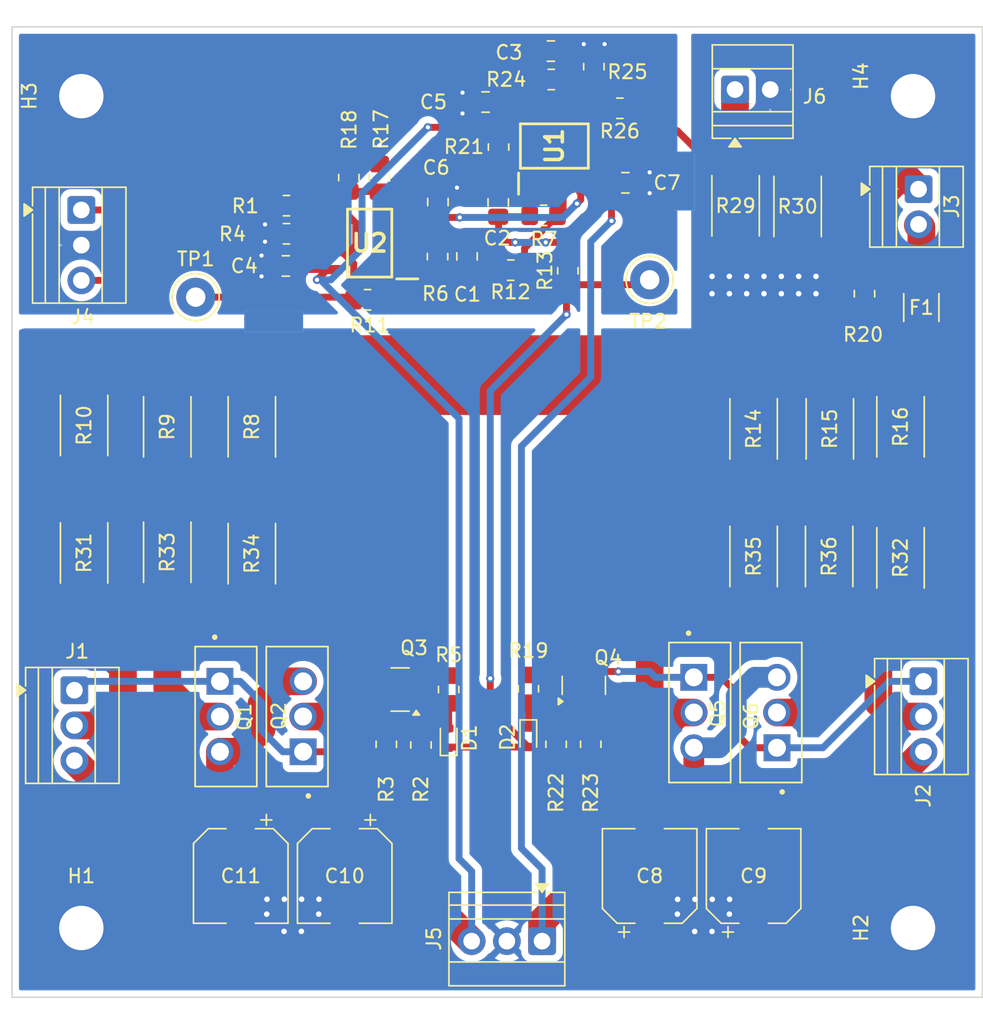
<source format=kicad_pcb>
(kicad_pcb (version 20241229) (generator "pcbnew") (generator_version "9.0")
  (layers (0 "F.Cu" signal) (2 "B.Cu" signal) (13 "F.Paste" user) (15 "B.Paste" user) (5 "F.SilkS" user "F.Silkscreen") (7 "B.SilkS" user "B.Silkscreen") (1 "F.Mask" user) (3 "B.Mask" user) (25 "Edge.Cuts" user))
  (net 0 "")
  (net 1 "Net-(C1-Pad2)")
  (net 2 "Net-(U2A--)")
  (net 3 "Net-(U1A--)")
  (net 4 "Net-(C2-Pad2)")
  (net 5 "Net-(U1B--)")
  (net 6 "Net-(C3-Pad1)")
  (net 7 "-VCC")
  (net 8 "GND")
  (net 9 "+VCC")
  (net 10 "Net-(D1-A)")
  (net 11 "/DRIVING_INPUT")
  (net 12 "Net-(D2-K)")
  (net 13 "/VPOS_B")
  (net 14 "/VPOS_C")
  (net 15 "/VNEG_B")
  (net 16 "/VNEG_C")
  (net 17 "Net-(Q1-C)")
  (net 18 "Net-(Q2-C)")
  (net 19 "+3.3V")
  (net 20 "/V_REF")
  (net 21 "/SIGNAL_INPUT")
  (net 22 "/uC_SIGNAL")
  (net 23 "Net-(U1A-+)")
  (net 24 "/CURRENT_FEEDBACK")
  (net 25 "Net-(U1B-+)")
  (net 26 "/DRIVING_OUTPUT")
  (net 27 "Net-(Q3-B)")
  (net 28 "Net-(Q6-C)")
  (net 29 "/DRIVER_OUTPUT")
  (net 30 "Net-(Q4-B)")
  (net 31 "Net-(Q4-E)")
  (net 32 "Net-(U2B--)")
  (net 33 "Net-(R34-Pad2)")
  (net 34 "Net-(R33-Pad2)")
  (net 35 "Net-(R10-Pad1)")
  (net 36 "Net-(R14-Pad2)")
  (net 37 "Net-(R15-Pad2)")
  (net 38 "Net-(R16-Pad2)")
  (footprint "Resistor_SMD:R_0805_2012Metric_Pad1.20x1.40mm_HandSolder" (layer "F.Cu") (at 152.8 88.175 180)
    (property "Reference" "R4")
    (property "Value" "1kΩ")
  )
  (footprint "Resistor_SMD:R_2512_6332Metric_Pad1.40x3.35mm_HandSolder" (layer "F.Cu") (at 150.3 102.1 90)
    (property "Reference" "R8")
    (property "Value" "200m")
  )
  (footprint "Resistor_SMD:R_0805_2012Metric_Pad1.20x1.40mm_HandSolder" (layer "F.Cu") (at 160 125 90)
    (property "Reference" "R3")
    (property "Value" "1kΩ")
  )
  (footprint "Resistor_SMD:R_0805_2012Metric_Pad1.20x1.40mm_HandSolder" (layer "F.Cu") (at 162.5 125.05 90)
    (property "Reference" "R2")
    (property "Value" "18kΩ")
  )
  (footprint "Resistor_SMD:R_0805_2012Metric_Pad1.20x1.40mm_HandSolder" (layer "F.Cu") (at 163.7 89.825 -90)
    (property "Reference" "R6")
    (property "Value" "10kΩ")
  )
  (footprint "MountingHole:MountingHole_3.2mm_M3_DIN965_Pad_TopBottom" (layer "F.Cu") (at 138 78.25 90)
    (property "Reference" "H3")
    (property "Value" "MountingHole_Pad")
  )
  (footprint "Capacitor_SMD:CP_Elec_6.3x7.7" (layer "F.Cu") (at 149.5 134.5 -90)
    (property "Reference" "C11")
    (property "Value" "25u")
  )
  (footprint "Resistor_SMD:R_2512_6332Metric_Pad1.40x3.35mm_HandSolder" (layer "F.Cu") (at 185.2 86.16 -90)
    (property "Reference" "R29")
    (property "Value" "200m")
  )
  (footprint "Resistor_SMD:R_2512_6332Metric_Pad1.40x3.35mm_HandSolder" (layer "F.Cu") (at 144.2 102.1 90)
    (property "Reference" "R9")
    (property "Value" "200m")
  )
  (footprint "Package_TO_SOT_SMD:SOT-23" (layer "F.Cu") (at 161 121.05 180)
    (property "Reference" "Q3")
    (property "Value" "BC817")
  )
  (footprint "Resistor_SMD:R_0805_2012Metric_Pad1.20x1.40mm_HandSolder" (layer "F.Cu") (at 152.8 86.15)
    (property "Reference" "R1")
    (property "Value" "1kΩ")
  )
  (footprint "Resistor_SMD:R_2512_6332Metric_Pad1.40x3.35mm_HandSolder" (layer "F.Cu") (at 189.675 86.21 -90)
    (property "Reference" "R30")
    (property "Value" "200m")
  )
  (footprint "Capacitor_SMD:CP_Elec_6.3x7.7" (layer "F.Cu") (at 186.5 134.5 90)
    (property "Reference" "C9")
    (property "Value" "25u")
  )
  (footprint "Resistor_SMD:R_2512_6332Metric_Pad1.40x3.35mm_HandSolder" (layer "F.Cu") (at 192 102.25 -90)
    (property "Reference" "R15")
    (property "Value" "200m")
  )
  (footprint "Capacitor_SMD:C_0805_2012Metric_Pad1.18x1.45mm_HandSolder" (layer "F.Cu") (at 177.25 84.5)
    (property "Reference" "C7")
    (property "Value" "100n")
  )
  (footprint "MountingHole:MountingHole_3.2mm_M3_DIN965_Pad_TopBottom" (layer "F.Cu") (at 138 138.25 90)
    (property "Reference" "H1")
    (property "Value" "MountingHole_Pad")
  )
  (footprint "TerminalBlock:TerminalBlock_Xinya_XY308-2.54-2P_1x02_P2.54mm_Horizontal" (layer "F.Cu") (at 185.16 77.775)
    (property "Reference" "J6")
    (property "Value" "Add. R")
  )
  (footprint "Capacitor_SMD:C_0805_2012Metric_Pad1.18x1.45mm_HandSolder" (layer "F.Cu") (at 152.75 90.5 180)
    (property "Reference" "C4")
    (property "Value" "47u")
  )
  (footprint "Capacitor_SMD:C_0805_2012Metric_Pad1.18x1.45mm_HandSolder" (layer "F.Cu") (at 163.725 85.8875 90)
    (property "Reference" "C6")
    (property "Value" "47u")
  )
  (footprint "Resistor_SMD:R_2512_6332Metric_Pad1.40x3.35mm_HandSolder" (layer "F.Cu") (at 186.5 111.45 -90)
    (property "Reference" "R35")
    (property "Value" "200m")
  )
  (footprint "Resistor_SMD:R_0805_2012Metric_Pad1.20x1.40mm_HandSolder" (layer "F.Cu") (at 164.5 121.05 90)
    (property "Reference" "R5")
    (property "Value" "100")
  )
  (footprint "Resistor_SMD:R_0805_2012Metric_Pad1.20x1.40mm_HandSolder" (layer "F.Cu") (at 170.25 121 90)
    (property "Reference" "R19")
    (property "Value" "100")
  )
  (footprint "Capacitor_SMD:C_0805_2012Metric_Pad1.18x1.45mm_HandSolder" (layer "F.Cu") (at 165.825 89.8125 -90)
    (property "Reference" "C1")
    (property "Value" "100pF")
  )
  (footprint "Resistor_SMD:R_0805_2012Metric_Pad1.20x1.40mm_HandSolder" (layer "F.Cu") (at 194.5 92.5 90)
    (property "Reference" "R20")
    (property "Value" "10kΩ")
  )
  (footprint "Resistor_SMD:R_2512_6332Metric_Pad1.40x3.35mm_HandSolder" (layer "F.Cu") (at 138.2 102 90)
    (property "Reference" "R10")
    (property "Value" "R")
  )
  (footprint "Resistor_SMD:R_0805_2012Metric_Pad1.20x1.40mm_HandSolder" (layer "F.Cu") (at 158.65 92.941 180)
    (property "Reference" "R11")
    (property "Value" "10kΩ")
  )
  (footprint "TerminalBlock:TerminalBlock_Xinya_XY308-2.54-2P_1x02_P2.54mm_Horizontal" (layer "F.Cu") (at 198.4 84.96 -90)
    (property "Reference" "J3")
    (property "Value" "Load")
  )
  (footprint "MountingHole:MountingHole_3.2mm_M3_DIN965_Pad_TopBottom" (layer "F.Cu") (at 198 78.25 90)
    (property "Reference" "H4")
    (property "Value" "MountingHole_Pad")
  )
  (footprint "Resistor_SMD:R_0805_2012Metric_Pad1.20x1.40mm_HandSolder" (layer "F.Cu") (at 168.1 81.925 90)
    (property "Reference" "R21")
    (property "Value" "1kΩ")
  )
  (footprint "TestPoint:TestPoint_Loop_D2.60mm_Drill1.4mm_Beaded" (layer "F.Cu") (at 146.25 92.75)
    (property "Reference" "TP1")
    (property "Value" "V_REF")
  )
  (footprint "Package_TO_SOT_SMD:SOT-23" (layer "F.Cu") (at 174.25 120.75 90)
    (property "Reference" "Q4")
    (property "Value" "BC807")
  )
  (footprint "Resistor_SMD:R_2512_6332Metric_Pad1.40x3.35mm_HandSolder" (layer "F.Cu") (at 197.1 111.55 -90)
    (property "Reference" "R32")
    (property "Value" "R")
  )
  (footprint "component_lib:2410 FUSE" (layer "F.Cu") (at 198.6 93.5 90)
    (property "Reference" "F1")
    (property "Value" "Fuse")
  )
  (footprint "MountingHole:MountingHole_3.2mm_M3_DIN965_Pad_TopBottom" (layer "F.Cu") (at 198 138.25 90)
    (property "Reference" "H2")
    (property "Value" "MountingHole_Pad")
  )
  (footprint "component_lib:D44H11G" (layer "F.Cu") (at 182.185 122.71 -90)
    (property "Reference" "Q5")
    (property "Value" "D44H11G")
  )
  (footprint "TerminalBlock:TerminalBlock_Xinya_XY308-2.54-3P_1x03_P2.54mm_Horizontal" (layer "F.Cu") (at 137.5 121.1 -90)
    (property "Reference" "J1")
    (property "Value" "VP BJT Conn")
  )
  (footprint "Resistor_SMD:R_0805_2012Metric_Pad1.20x1.40mm_HandSolder" (layer "F.Cu") (at 176.85 79.125 180)
    (property "Reference" "R26")
    (property "Value" "100")
  )
  (footprint "component_lib:D44H11G" (layer "F.Cu") (at 188.185 122.71 90)
    (property "Reference" "Q6")
    (property "Value" "D44H11G")
  )
  (footprint "Diode_SMD:D_SOD-523" (layer "F.Cu") (at 170.25 124.5 -90)
    (property "Reference" "D2")
    (property "Value" "1N4148WT")
  )
  (footprint "TestPoint:TestPoint_Loop_D2.60mm_Drill1.4mm_Beaded" (layer "F.Cu") (at 179 91.5)
    (property "Reference" "TP2")
    (property "Value" "DRV_IN")
  )
  (footprint "Resistor_SMD:R_2512_6332Metric_Pad1.40x3.35mm_HandSolder" (layer "F.Cu") (at 186.5 102.25 -90)
    (property "Reference" "R14")
    (property "Value" "200m")
  )
  (footprint "Capacitor_SMD:CP_Elec_6.3x7.7" (layer "F.Cu") (at 157 134.5 -90)
    (property "Reference" "C10")
    (property "Value" "25u")
  )
  (footprint "Capacitor_SMD:C_0805_2012Metric_Pad1.18x1.45mm_HandSolder" (layer "F.Cu") (at 168.075 85.9125 -90)
    (property "Reference" "C2")
    (property "Value" "C")
  )
  (footprint "Diode_SMD:D_SOD-523" (layer "F.Cu") (at 164.5 124.55 90)
    (property "Reference" "D1")
    (property "Value" "1N4148WT")
  )
  (footprint "Resistor_SMD:R_2512_6332Metric_Pad1.40x3.35mm_HandSolder" (layer "F.Cu") (at 150.3 111.25 90)
    (property "Reference" "R34")
    (property "Value" "200m")
  )
  (footprint "Resistor_SMD:R_0805_2012Metric_Pad1.20x1.40mm_HandSolder" (layer "F.Cu") (at 173.1 90.85 90)
    (property "Reference" "R13")
    (property "Value" "100Ω")
  )
  (footprint "component_lib:ADA4522" (layer "F.Cu") (at 158.8 88.85 180)
    (property "Reference" "U2")
    (property "Value" "ADA4622-2xCP" (hide yes))
  )
  (footprint "Resistor_SMD:R_0805_2012Metric_Pad1.20x1.40mm_HandSolder" (layer "F.Cu") (at 174.975 76.125 -90)
    (property "Reference" "R25")
    (property "Value" "1,8kΩ")
  )
  (footprint "Capacitor_SMD:CP_Elec_6.3x7.7" (layer "F.Cu") (at 179 134.5 90)
    (property "Reference" "C8")
    (property "Value" "25u")
  )
  (footprint "Resistor_SMD:R_2512_6332Metric_Pad1.40x3.35mm_HandSolder" (layer "F.Cu") (at 191.95 111.45 -90)
    (property "Reference" "R36")
    (property "Value" "200m")
  )
  (footprint "Capacitor_SMD:C_0805_2012Metric_Pad1.18x1.45mm_HandSolder" (layer "F.Cu") (at 171.875 75)
    (property "Reference" "C3")
    (property "Value" "10pF")
  )
  (footprint "Resistor_SMD:R_0805_2012Metric_Pad1.20x1.40mm_HandSolder" (layer "F.Cu") (at 157.3 84.125 90)
    (property "Reference" "R18")
    (property "Value" "1kΩ")
  )
  (footprint "Resistor_SMD:R_2512_6332Metric_Pad1.40x3.35mm_HandSolder" (layer "F.Cu") (at 197.1 102.1 -90)
    (property "Reference" "R16")
    (property "Value" "R")
  )
  (footprint "Capacitor_SMD:C_0805_2012Metric_Pad1.18x1.45mm_HandSolder" (layer "F.Cu") (at 167.1625 78.675 180)
    (property "Reference" "C5")
    (property "Value" "100n")
  )
  (footprint "component_lib:D44H11G" (layer "F.Cu") (at 148 123 -90)
    (property "Reference" "Q1")
    (property "Value" "D45H11")
  )
  (footprint "component_lib:ADA4522" (layer "F.Cu") (at 172.125 81.85 90)
    (property "Reference" "U1")
    (property "Value" "ADA4622-2xCP" (hide yes))
  )
  (footprint "TerminalBlock:TerminalBlock_Xinya_XY308-2.54-3P_1x03_P2.54mm_Horizontal" (layer "F.Cu") (at 138 86.46 -90)
    (property "Reference" "J4")
    (property "Value" "Input")
  )
  (footprint "Resistor_SMD:R_0805_2012Metric_Pad1.20x1.40mm_HandSolder" (layer "F.Cu") (at 174.75 125 -90)
    (property "Reference" "R23")
    (property "Value" "1kΩ")
  )
  (footprint "Resistor_SMD:R_0805_2012Metric_Pad1.20x1.40mm_HandSolder" (layer "F.Cu") (at 159.5 84.15 90)
    (property "Reference" "R17")
    (property "Value" "1kΩ")
  )
  (footprint "Resistor_SMD:R_0805_2012Metric_Pad1.20x1.40mm_HandSolder" (layer "F.Cu") (at 168.975 90.8 180)
    (property "Reference" "R12")
    (property "Value" "100Ω")
  )
  (footprint "Resistor_SMD:R_0805_2012Metric_Pad1.20x1.40mm_HandSolder" (layer "F.Cu") (at 171.9 77.05 180)
    (property "Reference" "R24")
    (property "Value" "10k")
  )
  (footprint "Resistor_SMD:R_0805_2012Metric_Pad1.20x1.40mm_HandSolder" (layer "F.Cu") (at 172.25 125 -90)
    (property "Reference" "R22")
    (property "Value" "18k")
  )
  (footprint "component_lib:D44H11G" (layer "F.Cu") (at 154 123 90)
    (property "Reference" "Q2")
    (property "Value" "D45H11G")
  )
  (footprint "Resistor_SMD:R_0805_2012Metric_Pad1.20x1.40mm_HandSolder" (layer "F.Cu") (at 171.35 86.85)
    (property "Reference" "R7")
    (property "Value" "100kΩ")
  )
  (footprint "Resistor_SMD:R_2512_6332Metric_Pad1.40x3.35mm_HandSolder" (layer "F.Cu") (at 138.2 111.2 90)
    (property "Reference" "R31")
    (property "Value" "R")
  )
  (footprint "Resistor_SMD:R_2512_6332Metric_Pad1.40x3.35mm_HandSolder" (layer "F.Cu") (at 144.2 111.15 90)
    (property "Reference" "R33")
    (property "Value" "200m")
  )
  (footprint "TerminalBlock:TerminalBlock_Xinya_XY308-2.54-3P_1x03_P2.54mm_Horizontal" (layer "F.Cu") (at 171.24 139.2 180)
    (property "Reference" "J5")
    (property "Value" "PWR In")
  )
  (footprint "TerminalBlock:TerminalBlock_Xinya_XY308-2.54-3P_1x03_P2.54mm_Horizontal" (layer "F.Cu") (at 198.75 120.46 -90)
    (property "Reference" "J2")
    (property "Value" "VN BJT Conn")
  )
  (gr_rect (start 133 73.25) (end 203 143.25) (stroke (width 0.1)) (fill no) (layer "Edge.Cuts"))
  (segment (start 167.95 90.825) (end 167.975 90.8) (width 0.5) (layer "F.Cu") (net 1))
  (segment (start 161.582 90.825) (end 161.512 90.755) (width 0.5) (layer "F.Cu") (net 1))
  (segment (start 163.7 90.825) (end 161.582 90.825) (width 0.5) (layer "F.Cu") (net 1))
  (segment (start 163.7 90.825) (end 167.95 90.825) (width 0.5) (layer "F.Cu") (net 1))
  (segment (start 163.7 88.825) (end 165.775 88.825) (width 0.5) (layer "F.Cu") (net 2))
  (segment (start 159.65 90.0845) (end 160.2495 89.485) (width 0.5) (layer "F.Cu") (net 2))
  (segment (start 159.65 92.675) (end 159.65 90.0845) (width 0.5) (layer "F.Cu") (net 2))
  (segment (start 161.512 89.485) (end 163.04 89.485) (width 0.5) (layer "F.Cu") (net 2))
  (segment (start 163.04 89.485) (end 163.7 88.825) (width 0.5) (layer "F.Cu") (net 2))
  (segment (start 165.775 88.825) (end 165.825 88.775) (width 0.5) (layer "F.Cu") (net 2))
  (segment (start 160.2495 89.485) (end 161.512 89.485) (width 0.5) (layer "F.Cu") (net 2))
  (segment (start 171.49 83.8425) (end 171.49 84.562) (width 0.5) (layer "F.Cu") (net 3))
  (segment (start 170.5725 82.925) (end 171.49 83.8425) (width 0.5) (layer "F.Cu") (net 3))
  (segment (start 168.075 84.875) (end 168.075 82.95) (width 0.5) (layer "F.Cu") (net 3))
  (segment (start 168.1 82.925) (end 170.5725 82.925) (width 0.5) (layer "F.Cu") (net 3))
  (segment (start 168.075 82.95) (end 168.1 82.925) (width 0.5) (layer "F.Cu") (net 3))
  (segment (start 168.075 86.95) (end 170.25 86.95) (width 0.5) (layer "F.Cu") (net 4))
  (segment (start 168.1 88.2) (end 168.1 86.975) (width 0.5) (layer "F.Cu") (net 4))
  (segment (start 172.7 88.8) (end 173.1 89.2) (width 0.5) (layer "F.Cu") (net 4))
  (segment (start 170.22 86.72) (end 170.35 86.85) (width 0.5) (layer "F.Cu") (net 4))
  (segment (start 171.5 88.8) (end 172.7 88.8) (width 0.5) (layer "F.Cu") (net 4))
  (segment (start 170.25 86.95) (end 170.35 86.85) (width 0.5) (layer "F.Cu") (net 4))
  (segment (start 170.22 84.562) (end 170.22 86.72) (width 0.5) (layer "F.Cu") (net 4))
  (segment (start 168.7 88.8) (end 168.1 88.2) (width 0.5) (layer "F.Cu") (net 4))
  (segment (start 168.1 86.975) (end 168.075 86.95) (width 0.5) (layer "F.Cu") (net 4))
  (segment (start 173.1 89.2) (end 173.1 89.85) (width 0.5) (layer "F.Cu") (net 4))
  (segment (start 169.3 88.8) (end 168.7 88.8) (width 0.5) (layer "F.Cu") (net 4))
  (via (at 169.3 88.8) (size 0.6) (drill 0.3) (layers "F.Cu" "B.Cu") (net 4))
  (via (at 171.5 88.8) (size 0.6) (drill 0.3) (layers "F.Cu" "B.Cu") (net 4))
  (segment (start 171.5 88.8) (end 169.3 88.8) (width 0.5) (layer "B.Cu") (net 4))
  (segment (start 172.9 77.05) (end 172.76 77.19) (width 0.5) (layer "F.Cu") (net 5))
  (segment (start 172.9125 75) (end 172.9125 77.0375) (width 0.5) (layer "F.Cu") (net 5))
  (segment (start 172.76 77.19) (end 172.76 79.138) (width 0.5) (layer "F.Cu") (net 5))
  (segment (start 172.9 77.05) (end 172.975 77.125) (width 0.5) (layer "F.Cu") (net 5))
  (segment (start 172.9125 77.0375) (end 172.9 77.05) (width 0.5) (layer "F.Cu") (net 5))
  (segment (start 172.975 77.125) (end 174.975 77.125) (width 0.5) (layer "F.Cu") (net 5))
  (segment (start 171.49 80.4005) (end 171.49 79.138) (width 0.5) (layer "F.Cu") (net 6))
  (segment (start 168.1 80.925) (end 170.9655 80.925) (width 0.5) (layer "F.Cu") (net 6))
  (segment (start 170.8375 75) (end 170.8375 76.9875) (width 0.5) (layer "F.Cu") (net 6))
  (segment (start 170.8375 76.9875) (end 170.9 77.05) (width 0.5) (layer "F.Cu") (net 6))
  (segment (start 171.49 79.138) (end 171.49 77.64) (width 0.5) (layer "F.Cu") (net 6))
  (segment (start 170.9655 80.925) (end 171.49 80.4005) (width 0.5) (layer "F.Cu") (net 6))
  (segment (start 171.49 77.64) (end 170.9 77.05) (width 0.5) (layer "F.Cu") (net 6))
  (segment (start 165.3 87) (end 163.8 87) (width 0.5) (layer "F.Cu") (net 7))
  (segment (start 189 131.3) (end 179.5 131.3) (width 2) (layer "F.Cu") (net 7))
  (segment (start 173.75 86) (end 174.03 85.72) (width 0.5) (layer "F.Cu") (net 7))
  (segment (start 174.03 84.562) (end 176.1505 84.562) (width 0.5) (layer "F.Cu") (net 7))
  (segment (start 171.24 139.2) (end 171.24 137.76) (width 2) (layer "F.Cu") (net 7))
  (segment (start 176.25 87.25) (end 176.25 84.5375) (width 0.5) (layer "F.Cu") (net 7))
  (segment (start 177.2 131.8) (end 179 131.8) (width 2) (layer "F.Cu") (net 7))
  (segment (start 192.99 131.3) (end 198.75 125.54) (width 2) (layer "F.Cu") (net 7))
  (segment (start 161.512 86.945) (end 163.705 86.945) (width 0.5) (layer "F.Cu") (net 7))
  (segment (start 182.185 125.25) (end 182.185 128.615) (width 1.5) (layer "F.Cu") (net 7))
  (segment (start 176.1505 84.562) (end 176.2125 84.5) (width 0.5) (layer "F.Cu") (net 7))
  (segment (start 189 131.3) (end 192.99 131.3) (width 2) (layer "F.Cu") (net 7))
  (segment (start 163.8 87) (end 163.725 86.925) (width 0.5) (layer "F.Cu") (net 7))
  (segment (start 163.705 86.945) (end 163.725 86.925) (width 0.5) (layer "F.Cu") (net 7))
  (segment (start 174.03 85.72) (end 174.03 84.562) (width 0.5) (layer "F.Cu") (net 7))
  (segment (start 174.75 126) (end 174.75 127.55) (width 0.5) (layer "F.Cu") (net 7))
  (segment (start 182.185 128.615) (end 179 131.8) (width 1.5) (layer "F.Cu") (net 7))
  (segment (start 171.24 137.76) (end 177.2 131.8) (width 2) (layer "F.Cu") (net 7))
  (segment (start 172.25 126) (end 174.75 126) (width 0.5) (layer "F.Cu") (net 7))
  (segment (start 176.25 84.5375) (end 176.2125 84.5) (width 0.5) (layer "F.Cu") (net 7))
  (segment (start 174.75 127.55) (end 179 131.8) (width 0.5) (layer "F.Cu") (net 7))
  (segment (start 179.5 131.3) (end 179 131.8) (width 2) (layer "F.Cu") (net 7))
  (via (at 176.25 87.25) (size 0.6) (drill 0.3) (layers "F.Cu" "B.Cu") (net 7))
  (via (at 173.75 86) (size 0.6) (drill 0.3) (layers "F.Cu" "B.Cu") (net 7))
  (via (at 165.3 87) (size 0.6) (drill 0.3) (layers "F.Cu" "B.Cu") (net 7))
  (segment (start 173.75 86) (end 172.75 87) (width 0.5) (layer "B.Cu") (net 7))
  (segment (start 171.24 133.99) (end 171.24 139.2) (width 0.5) (layer "B.Cu") (net 7))
  (segment (start 169.75 103.5) (end 169.75 132.5) (width 0.5) (layer "B.Cu") (net 7))
  (segment (start 174.75 88.75) (end 174.75 98.5) (width 0.5) (layer "B.Cu") (net 7))
  (segment (start 172.75 87) (end 165.3 87) (width 0.5) (layer "B.Cu") (net 7))
  (segment (start 174.75 98.5) (end 169.75 103.5) (width 0.5) (layer "B.Cu") (net 7))
  (segment (start 169.75 132.5) (end 171.24 133.99) (width 0.5) (layer "B.Cu") (net 7))
  (segment (start 185.25 121.5) (end 186.58 120.17) (width 1.5) (layer "B.Cu") (net 7))
  (segment (start 182.185 125.25) (end 184 125.25) (width 1.5) (layer "B.Cu") (net 7))
  (segment (start 184 125.25) (end 185.25 124) (width 1.5) (layer "B.Cu") (net 7))
  (segment (start 176.25 87.25) (end 174.75 88.75) (width 0.5) (layer "B.Cu") (net 7))
  (segment (start 185.25 124) (end 185.25 121.5) (width 1.5) (layer "B.Cu") (net 7))
  (segment (start 186.58 120.17) (end 188.185 120.17) (width 1.5) (layer "B.Cu") (net 7))
  (segment (start 159.5 83.15) (end 159.5 81.8) (width 0.5) (layer "F.Cu") (net 8))
  (segment (start 166.05 78.75) (end 166.125 78.675) (width 0.5) (layer "F.Cu") (net 8))
  (segment (start 165.1 84.85) (end 163.725 84.85) (width 0.5) (layer "F.Cu") (net 8))
  (via (at 183.517014 136.182291) (size 0.8) (drill 0.4) (layers "F.Cu" "B.Cu") (net 8))
  (via (at 151.25 87.5) (size 0.6) (drill 0.3) (layers "F.Cu" "B.Cu") (net 8))
  (via (at 183.5 138.5) (size 0.8) (drill 0.4) (layers "F.Cu" "B.Cu") (net 8))
  (via (at 165.5 79.5) (size 0.6) (drill 0.3) (layers "F.Cu" "B.Cu") (net 8))
  (via (at 184.767014 136.182291) (size 0.8) (drill 0.4) (layers "F.Cu" "B.Cu") (net 8))
  (via (at 151 91.25) (size 0.6) (drill 0.3) (layers "F.Cu" "B.Cu") (net 8))
  (via (at 187.25 91.25) (size 0.8) (drill 0.4) (layers "F.Cu" "B.Cu") (net 8))
  (via (at 159.5 81.8) (size 0.6) (drill 0.3) (layers "F.Cu" "B.Cu") (net 8))
  (via (at 184.75 92.5) (size 0.8) (drill 0.4) (layers "F.Cu" "B.Cu") (net 8))
  (via (at 179 85.25) (size 0.6) (drill 0.3) (layers "F.Cu" "B.Cu") (net 8))
  (via (at 191 92.5) (size 0.8) (drill 0.4) (layers "F.Cu" "B.Cu") (net 8))
  (via (at 165.5 78) (size 0.6) (drill 0.3) (layers "F.Cu" "B.Cu") (net 8))
  (via (at 183.5 91.25) (size 0.8) (drill 0.4) (layers "F.Cu" "B.Cu") (net 8))
  (via (at 175.75 74.5) (size 0.6) (drill 0.3) (layers "F.Cu" "B.Cu") (net 8))
  (via (at 181 137.25) (size 0.8) (drill 0.4) (layers "F.Cu" "B.Cu") (net 8))
  (via (at 188.5 92.5) (size 0.8) (drill 0.4) (layers "F.Cu" "B.Cu") (net 8))
  (via (at 151.392152 136.175833) (size 0.8) (drill 0.4) (layers "F.Cu" "B.Cu") (net 8))
  (via (at 189.75 91.25) (size 0.8) (drill 0.4) (layers "F.Cu" "B.Cu") (net 8))
  (via (at 183.5 92.5) (size 0.8) (drill 0.4) (layers "F.Cu" "B.Cu") (net 8))
  (via (at 153.892152 136.175833) (size 0.8) (drill 0.4) (layers "F.Cu" "B.Cu") (net 8))
  (via (at 151 89.75) (size 0.6) (drill 0.3) (layers "F.Cu" "B.Cu") (net 8))
  (via (at 184.75 91.25) (size 0.8) (drill 0.4) (layers "F.Cu" "B.Cu") (net 8))
  (via (at 155.125138 137.25) (size 0.8) (drill 0.4) (layers "F.Cu" "B.Cu") (net 8))
  (via (at 181.017014 136.182291) (size 0.8) (drill 0.4) (layers "F.Cu" "B.Cu") (net 8))
  (via (at 186 92.5) (size 0.8) (drill 0.4) (layers "F.Cu" "B.Cu") (net 8))
  (via (at 153.875138 138.493542) (size 0.8) (drill 0.4) (layers "F.Cu" "B.Cu") (net 8))
  (via (at 151.25 88.75) (size 0.6) (drill 0.3) (layers "F.Cu" "B.Cu") (net 8))
  (via (at 151.375138 137.25) (size 0.8) (drill 0.4) (layers "F.Cu" "B.Cu") (net 8))
  (via (at 179 83.75) (size 0.6) (drill 0.3) (layers "F.Cu" "B.Cu") (net 8))
  (via (at 189.75 92.5) (size 0.8) (drill 0.4) (layers "F.Cu" "B.Cu") (net 8))
  (via (at 174.25 74.5) (size 0.6) (drill 0.3) (layers "F.Cu" "B.Cu") (net 8))
  (via (at 152.642152 136.175833) (size 0.8) (drill 0.4) (layers "F.Cu" "B.Cu") (net 8))
  (via (at 184.75 137.25) (size 0.8) (drill 0.4) (layers "F.Cu" "B.Cu") (net 8))
  (via (at 186 91.25) (size 0.8) (drill 0.4) (layers "F.Cu" "B.Cu") (net 8))
  (via (at 191 91.25) (size 0.8) (drill 0.4) (layers "F.Cu" "B.Cu") (net 8))
  (via (at 155.142152 136.175833) (size 0.8) (drill 0.4) (layers "F.Cu" "B.Cu") (net 8))
  (via (at 152.625138 138.493542) (size 0.8) (drill 0.4) (layers "F.Cu" "B.Cu") (net 8))
  (via (at 188.5 91.25) (size 0.8) (drill 0.4) (layers "F.Cu" "B.Cu") (net 8))
  (via (at 165.1 84.85) (size 0.6) (drill 0.3) (layers "F.Cu" "B.Cu") (net 8))
  (via (at 187.25 92.5) (size 0.8) (drill 0.4) (layers "F.Cu" "B.Cu") (net 8))
  (via (at 182.267014 136.182291) (size 0.8) (drill 0.4) (layers "F.Cu" "B.Cu") (net 8))
  (via (at 182.25 138.5) (size 0.8) (drill 0.4) (layers "F.Cu" "B.Cu") (net 8))
  (segment (start 143.12 131.8) (end 137.5 126.18) (width 2) (layer "F.Cu") (net 9))
  (segment (start 160 126) (end 160 126.5) (width 0.5) (layer "F.Cu") (net 9))
  (segment (start 154.0425 90.755) (end 153.7875 90.5) (width 0.5) (layer "F.Cu") (net 9))
  (segment (start 157 129.5) (end 157 131.8) (width 0.5) (layer "F.Cu") (net 9))
  (segment (start 162.5 126.05) (end 160.05 126.05) (width 0.5) (layer "F.Cu") (net 9))
  (segment (start 157 131.8) (end 158.76 131.8) (width 2) (layer "F.Cu") (net 9))
  (segment (start 156 90.843) (end 156.088 90.755) (width 0.5) (layer "F.Cu") (net 9))
  (segment (start 160 126.5) (end 157 129.5) (width 0.5) (layer "F.Cu") (net 9))
  (segment (start 156.088 90.755) (end 154.0425 90.755) (width 0.5) (layer "F.Cu") (net 9))
  (segment (start 148 125.54) (end 148 130.3) (width 2) (layer "F.Cu") (net 9))
  (segment (start 155 91.5) (end 155.657 90.843) (width 0.5) (layer "F.Cu") (net 9))
  (segment (start 149.5 131.8) (end 157 131.8) (width 2) (layer "F.Cu") (net 9))
  (segment (start 160.05 126.05) (end 160 126) (width 0.5) (layer "F.Cu") (net 9))
  (segment (start 152.631749 120.46) (end 154 120.46) (width 2) (layer "F.Cu") (net 9))
  (segment (start 158.76 131.8) (end 166.16 139.2) (width 2) (layer "F.Cu") (net 9))
  (segment (start 149.368251 125.54) (end 151 123.908251) (width 2) (layer "F.Cu") (net 9))
  (segment (start 151 123.908251) (end 151 122.091749) (width 2) (layer "F.Cu") (net 9))
  (segment (start 149.5 131.8) (end 143.12 131.8) (width 2) (layer "F.Cu") (net 9))
  (segment (start 169.757 78.675) (end 170.22 79.138) (width 0.5) (layer "F.Cu") (net 9))
  (segment (start 168.2 78.675) (end 169.757 78.675) (width 0.5) (layer "F.Cu") (net 9))
  (segment (start 148 125.54) (end 149.368251 125.54) (width 2) (layer "F.Cu") (net 9))
  (segment (start 168.2 78.675) (end 166.375 80.5) (width 0.5) (layer "F.Cu") (net 9))
  (segment (start 148 130.3) (end 149.5 131.8) (width 2) (layer "F.Cu") (net 9))
  (segment (start 151 122.091749) (end 152.631749 120.46) (width 2) (layer "F.Cu") (net 9))
  (segment (start 155.657 90.843) (end 156 90.843) (width 0.5) (layer "F.Cu") (net 9))
  (segment (start 166.375 80.5) (end 163 80.5) (width 0.5) (layer "F.Cu") (net 9))
  (via (at 155 91.5) (size 0.6) (drill 0.3) (layers "F.Cu" "B.Cu") (net 9))
  (via (at 163 80.5) (size 0.6) (drill 0.3) (layers "F.Cu" "B.Cu") (net 9))
  (segment (start 158.25 85.25) (end 163 80.5) (width 0.5) (layer "B.Cu") (net 9))
  (segment (start 156 91.5) (end 158.25 89.25) (width 0.5) (layer "B.Cu") (net 9))
  (segment (start 165.25 133.25) (end 165.25 101.5) (width 0.5) (layer "B.Cu") (net 9))
  (segment (start 155 91.5) (end 155.25 91.5) (width 0.5) (layer "B.Cu") (net 9))
  (segment (start 158.25 89.25) (end 158.25 85.25) (width 0.5) (layer "B.Cu") (net 9))
  (segment (start 155.25 91.5) (end 156 91.5) (width 0.5) (layer "B.Cu") (net 9))
  (segment (start 166.16 139.2) (end 166.16 134.16) (width 0.5) (layer "B.Cu") (net 9))
  (segment (start 165.25 101.5) (end 155.25 91.5) (width 0.5) (layer "B.Cu") (net 9))
  (segment (start 166.16 134.16) (end 165.25 133.25) (width 0.5) (layer "B.Cu") (net 9))
  (segment (start 162.5 124.05) (end 164.3 124.05) (width 0.5) (layer "F.Cu") (net 10))
  (segment (start 164.5 122.05) (end 164.5 123.85) (width 0.5) (layer "F.Cu") (net 10))
  (segment (start 164.3 124.05) (end 164.5 123.85) (width 0.5) (layer "F.Cu") (net 10))
  (segment (start 167.5 120.25) (end 167.5 122.45) (width 0.5) (layer "F.Cu") (net 11))
  (segment (start 173.1 91.85) (end 178.65 91.85) (width 0.5) (layer "F.Cu") (net 11))
  (segment (start 164.55 125.2) (end 164.5 125.25) (width 0.5) (layer "F.Cu") (net 11))
  (segment (start 178.65 91.85) (end 179 91.5) (width 0.5) (layer "F.Cu") (net 11))
  (segment (start 173 94) (end 173 91.95) (width 0.5) (layer "F.Cu") (net 11))
  (segment (start 173 91.95) (end 173.1 91.85) (width 0.5) (layer "F.Cu") (net 11))
  (segment (start 170.25 125.2) (end 164.55 125.2) (width 0.5) (layer "F.Cu") (net 11))
  (segment (start 167.5 122.45) (end 170.25 125.2) (width 0.5) (layer "F.Cu") (net 11))
  (via (at 173 94) (size 0.6) (drill 0.3) (layers "F.Cu" "B.Cu") (net 11))
  (via (at 167.5 120.25) (size 0.6) (drill 0.3) (layers "F.Cu" "B.Cu") (net 11))
  (segment (start 173 94) (end 167.5 99.5) (width 0.5) (layer "B.Cu") (net 11))
  (segment (start 167.5 99.5) (end 167.5 120.25) (width 0.5) (layer "B.Cu") (net 11))
  (segment (start 170.25 122) (end 170.25 123.8) (width 0.5) (layer "F.Cu") (net 12))
  (segment (start 172.05 123.8) (end 172.25 124) (width 0.5) (layer "F.Cu") (net 12))
  (segment (start 170.25 123.8) (end 172.05 123.8) (width 0.5) (layer "F.Cu") (net 12))
  (segment (start 154.04 125.5) (end 154 125.54) (width 0.5) (layer "F.Cu") (net 13))
  (segment (start 160.0625 123.9375) (end 160 124) (width 0.5) (layer "F.Cu") (net 13))
  (segment (start 160.0625 121.05) (end 160.0625 123.9375) (width 0.5) (layer "F.Cu") (net 13))
  (segment (start 158.46 125.54) (end 154 125.54) (width 0.5) (layer "F.Cu") (net 13))
  (segment (start 160 124) (end 158.46 125.54) (width 0.5) (layer "F.Cu") (net 13))
  (segment (start 149.46 120.46) (end 151 122) (width 0.5) (layer "B.Cu") (net 13))
  (segment (start 152.54 125.54) (end 154 125.54) (width 0.5) (layer "B.Cu") (net 13))
  (segment (start 148 120.46) (end 138.14 120.46) (width 0.5) (layer "B.Cu") (net 13))
  (segment (start 151 124) (end 152.54 125.54) (width 0.5) (layer "B.Cu") (net 13))
  (segment (start 151 122) (end 151 124) (width 0.5) (layer "B.Cu") (net 13))
  (segment (start 148 120.46) (end 149.46 120.46) (width 0.5) (layer "B.Cu") (net 13))
  (segment (start 138.14 120.46) (end 137.5 121.1) (width 0.5) (layer "B.Cu") (net 13))
  (segment (start 138.2 116.7) (end 138.2 114.25) (width 2) (layer "F.Cu") (net 14))
  (segment (start 141 119.5) (end 138.2 116.7) (width 2) (layer "F.Cu") (net 14))
  (segment (start 141 122) (end 141 119.5) (width 2) (layer "F.Cu") (net 14))
  (segment (start 137.5 123.64) (end 139.36 123.64) (width 2) (layer "F.Cu") (net 14))
  (segment (start 139.36 123.64) (end 141 122) (width 2) (layer "F.Cu") (net 14))
  (segment (start 184.17 120.17) (end 185.25 121.25) (width 0.5) (layer "F.Cu") (net 15))
  (segment (start 185.25 124.25) (end 186.25 125.25) (width 0.5) (layer "F.Cu") (net 15))
  (segment (start 186.25 125.25) (end 188.185 125.25) (width 0.5) (layer "F.Cu") (net 15))
  (segment (start 174.25 123.5) (end 174.75 124) (width 0.5) (layer "F.Cu") (net 15))
  (segment (start 174.3125 119.75) (end 174.25 119.8125) (width 0.5) (layer "F.Cu") (net 15))
  (segment (start 182.185 120.17) (end 184.17 120.17) (width 0.5) (layer "F.Cu") (net 15))
  (segment (start 176.75 119.75) (end 174.3125 119.75) (width 0.5) (layer "F.Cu") (net 15))
  (segment (start 174.25 119.8125) (end 174.25 123.5) (width 0.5) (layer "F.Cu") (net 15))
  (segment (start 185.25 121.25) (end 185.25 124.25) (width 0.5) (layer "F.Cu") (net 15))
  (via (at 176.75 119.75) (size 0.6) (drill 0.3) (layers "F.Cu" "B.Cu") (net 15))
  (segment (start 176.75 119.75) (end 179 119.75) (width 0.5) (layer "B.Cu") (net 15))
  (segment (start 191.5 125.25) (end 196.29 120.46) (width 0.5) (layer "B.Cu") (net 15))
  (segment (start 188.185 125.25) (end 191.5 125.25) (width 0.5) (layer "B.Cu") (net 15))
  (segment (start 179.42 120.17) (end 182.185 120.17) (width 0.5) (layer "B.Cu") (net 15))
  (segment (start 179 119.75) (end 179.42 120.17) (width 0.5) (layer "B.Cu") (net 15))
  (segment (start 196.29 120.46) (end 198.75 120.46) (width 0.5) (layer "B.Cu") (net 15))
  (segment (start 198.75 123) (end 196.5 123) (width 2) (layer "F.Cu") (net 16))
  (segment (start 195.5 122) (end 195.5 116.2) (width 2) (layer "F.Cu") (net 16))
  (segment (start 196.5 123) (end 195.5 122) (width 2) (layer "F.Cu") (net 16))
  (segment (start 195.5 116.2) (end 197.1 114.6) (width 2) (layer "F.Cu") (net 16))
  (segment (start 144.2 120.997) (end 144.2 114.2) (width 2) (layer "F.Cu") (net 17))
  (segment (start 148 123) (end 146.203 123) (width 2) (layer "F.Cu") (net 17))
  (segment (start 146.203 123) (end 144.2 120.997) (width 2) (layer "F.Cu") (net 17))
  (segment (start 154 123) (end 155.5 123) (width 2) (layer "F.Cu") (net 18))
  (segment (start 151.974999 116.75) (end 150.3 115.075001) (width 2) (layer "F.Cu") (net 18))
  (segment (start 157 121.5) (end 157 119.325001) (width 2) (layer "F.Cu") (net 18))
  (segment (start 158.8 114.3) (end 150.3 114.3) (width 0.5) (layer "F.Cu") (net 18))
  (segment (start 162 117.5) (end 158.8 114.3) (width 0.5) (layer "F.Cu") (net 18))
  (segment (start 154.424999 116.75) (end 151.974999 116.75) (width 2) (layer "F.Cu") (net 18))
  (segment (start 161.9375 120.1) (end 161.9375 117.5625) (width 0.5) (layer "F.Cu") (net 18))
  (segment (start 161.9375 117.5625) (end 162 117.5) (width 0.5) (layer "F.Cu") (net 18))
  (segment (start 157 119.325001) (end 154.424999 116.75) (width 2) (layer "F.Cu") (net 18))
  (segment (start 155.5 123) (end 157 121.5) (width 2) (layer "F.Cu") (net 18))
  (segment (start 150.3 115.075001) (end 150.3 114.3) (width 2) (layer "F.Cu") (net 18))
  (segment (start 141.71 91.54) (end 147.1 86.15) (width 0.5) (layer "F.Cu") (net 19))
  (segment (start 147.1 86.15) (end 151.8 86.15) (width 0.5) (layer "F.Cu") (net 19))
  (segment (start 138 91.54) (end 141.71 91.54) (width 0.5) (layer "F.Cu") (net 19))
  (segment (start 156.088 86.945) (end 157.345 86.945) (width 0.5) (layer "F.Cu") (net 20))
  (segment (start 156.088 89.485) (end 156.8075 89.485) (width 0.5) (layer "F.Cu") (net 20))
  (segment (start 157.345 86.945) (end 157.8 87.4) (width 0.5) (layer "F.Cu") (net 20))
  (segment (start 157.8 87.4) (end 157.8 89) (width 0.5) (layer "F.Cu") (net 20))
  (segment (start 157.8 89) (end 157.315 89.485) (width 0.5) (layer "F.Cu") (net 20))
  (segment (start 157.65 90.3275) (end 157.65 92.675) (width 0.5) (layer "F.Cu") (net 20))
  (segment (start 157.459 92.75) (end 157.65 92.941) (width 0.5) (layer "F.Cu") (net 20))
  (segment (start 146.25 92.75) (end 157.459 92.75) (width 0.5) (layer "F.Cu") (net 20))
  (segment (start 156.8075 89.485) (end 157.65 90.3275) (width 0.5) (layer "F.Cu") (net 20))
  (segment (start 157.315 89.485) (end 156.088 89.485) (width 0.5) (layer "F.Cu") (net 20))
  (segment (start 159.5 85.15) (end 159.5 87.4655) (width 0.5) (layer "F.Cu") (net 21))
  (segment (start 157.3 85.125) (end 159.475 85.125) (width 0.5) (layer "F.Cu") (net 21))
  (segment (start 159.475 85.125) (end 159.5 85.15) (width 0.5) (layer "F.Cu") (net 21))
  (segment (start 160.2495 88.215) (end 161.512 88.215) (width 0.5) (layer "F.Cu") (net 21))
  (segment (start 159.5 87.4655) (end 160.2495 88.215) (width 0.5) (layer "F.Cu") (net 21))
  (segment (start 142.29 86.46) (end 145.625 83.125) (width 0.5) (layer "F.Cu") (net 22))
  (segment (start 138 86.46) (end 142.29 86.46) (width 0.5) (layer "F.Cu") (net 22))
  (segment (start 145.625 83.125) (end 157.3 83.125) (width 0.5) (layer "F.Cu") (net 22))
  (segment (start 169.975 90.8) (end 169.975 89.225) (width 0.5) (layer "F.Cu") (net 23))
  (segment (start 169.975 89.225) (end 172.35 86.85) (width 0.5) (layer "F.Cu") (net 23))
  (segment (start 172.76 86.44) (end 172.35 86.85) (width 0.5) (layer "F.Cu") (net 23))
  (segment (start 172.76 84.562) (end 172.76 86.44) (width 0.5) (layer "F.Cu") (net 23))
  (segment (start 185.25 83.16) (end 185.2 83.11) (width 2) (layer "F.Cu") (net 24))
  (segment (start 185.36 82.95) (end 185.2 83.11) (width 2) (layer "F.Cu") (net 24))
  (segment (start 185.16 77.775) (end 185.16 82.75) (width 2) (layer "F.Cu") (net 24))
  (segment (start 197.29 84.96) (end 198.4 84.96) (width 0.5) (layer "F.Cu") (net 24))
  (segment (start 185.16 82.75) (end 185.36 82.95) (width 2) (layer "F.Cu") (net 24))
  (segment (start 177.85 79.125) (end 179.475 80.75) (width 0.5) (layer "F.Cu") (net 24))
  (segment (start 194.5 87.75) (end 197.29 84.96) (width 0.5) (layer "F.Cu") (net 24))
  (segment (start 183.36 83.11) (end 185.2 83.11) (width 0.5) (layer "F.Cu") (net 24))
  (segment (start 179.475 80.75) (end 181 80.75) (width 0.5) (layer "F.Cu") (net 24))
  (segment (start 189.675 83.16) (end 185.25 83.16) (width 2) (layer "F.Cu") (net 24))
  (segment (start 181 80.75) (end 183.36 83.11) (width 0.5) (layer "F.Cu") (net 24))
  (segment (start 189.675 83.16) (end 196.6 83.16) (width 2) (layer "F.Cu") (net 24))
  (segment (start 194.5 91.5) (end 194.5 87.75) (width 0.5) (layer "F.Cu") (net 24))
  (segment (start 196.6 83.16) (end 198.4 84.96) (width 2) (layer "F.Cu") (net 24))
  (segment (start 175.837 79.138) (end 175.85 79.125) (width 0.5) (layer "F.Cu") (net 25))
  (segment (start 174.03 79.138) (end 175.837 79.138) (width 0.5) (layer "F.Cu") (net 25))
  (segment (start 161.9375 122) (end 162.55 122) (width 0.5) (layer "F.Cu") (net 27))
  (segment (start 162.55 122) (end 164.5 120.05) (width 0.5) (layer "F.Cu") (net 27))
  (segment (start 191.95 120.313251) (end 191.95 114.5) (width 2) (layer "F.Cu") (net 28))
  (segment (start 188.185 122.71) (end 189.553251 122.71) (width 2) (layer "F.Cu") (net 28))
  (segment (start 189.553251 122.71) (end 191.95 120.313251) (width 2) (layer "F.Cu") (net 28))
  (segment (start 194.5 93.5) (end 196.145 93.5) (width 0.5) (layer "F.Cu") (net 29))
  (segment (start 198.6 91.045) (end 198.6 87.7) (width 2) (layer "F.Cu") (net 29))
  (segment (start 196.145 93.5) (end 198.6 91.045) (width 0.5) (layer "F.Cu") (net 29))
  (segment (start 198.6 87.7) (end 198.4 87.5) (width 2) (layer "F.Cu") (net 29))
  (segment (start 198.35 87.55) (end 198.4 87.5) (width 2) (layer "F.Cu") (net 29))
  (segment (start 173.3 121.6875) (end 171.9375 121.6875) (width 0.5) (layer "F.Cu") (net 30))
  (segment (start 171.9375 121.6875) (end 170.25 120) (width 0.5) (layer "F.Cu") (net 30))
  (segment (start 179 124.5) (end 180.395 124.5) (width 0.5) (layer "F.Cu") (net 31))
  (segment (start 179 116.5) (end 181 114.5) (width 2) (layer "F.Cu") (net 31))
  (segment (start 175.2 121.6875) (end 176.1875 121.6875) (width 0.5) (layer "F.Cu") (net 31))
  (segment (start 176.1875 121.6875) (end 179 124.5) (width 0.5) (layer "F.Cu") (net 31))
  (segment (start 180.395 124.5) (end 182.185 122.71) (width 0.5) (layer "F.Cu") (net 31))
  (segment (start 179 121.5) (end 179 116.5) (width 2) (layer "F.Cu") (net 31))
  (segment (start 181 114.5) (end 186.5 114.5) (width 2) (layer "F.Cu") (net 31))
  (segment (start 180.21 122.71) (end 179 121.5) (width 2) (layer "F.Cu") (net 31))
  (segment (start 182.185 122.71) (end 180.21 122.71) (width 2) (layer "F.Cu") (net 31))
  (segment (start 153.8 86.15) (end 153.8 88.175) (width 0.5) (layer "F.Cu") (net 32))
  (segment (start 156.048 88.175) (end 156.088 88.215) (width 0.5) (layer "F.Cu") (net 32))
  (segment (start 153.8 88.175) (end 156.048 88.175) (width 0.5) (layer "F.Cu") (net 32))
  (segment (start 150.3 108.2) (end 150.3 105.15) (width 2) (layer "F.Cu") (net 33))
  (segment (start 144.2 108.1) (end 144.2 105.15) (width 2) (layer "F.Cu") (net 34))
  (segment (start 138.2 108.15) (end 138.2 105.05) (width 2) (layer "F.Cu") (net 35))
  (segment (start 186.5 108.4) (end 186.5 105.3) (width 2) (layer "F.Cu") (net 36))
  (segment (start 191.95 105.35) (end 192 105.3) (width 2) (layer "F.Cu") (net 37))
  (segment (start 191.95 108.4) (end 191.95 105.35) (width 2) (layer "F.Cu") (net 37))
  (segment (start 197.1 108.5) (end 197.1 105.15) (width 2) (layer "F.Cu") (net 38))
  (zone (net 8) (net_name "GND") (layer "F.Cu") (priority 4) (connect_pads (clearance 0.5)) (min_thickness 0.25) (fill yes (thermal_gap 0.5) (thermal_bridge_width 2))
    (polygon (pts (xy 147.75 134.5) (xy 147.718086 139.75) (xy 158.75 139.75) (xy 158.718086 134.5)))
  )
  (zone (net 8) (net_name "GND") (layer "F.Cu") (priority 4) (connect_pads (clearance 0.5)) (min_thickness 0.25) (fill yes (thermal_gap 0.5) (thermal_bridge_width 2))
    (polygon (pts (xy 182.5 86.75) (xy 182.5 93.25) (xy 192.25 93.25) (xy 192.25 86.75)))
  )
  (zone (net 8) (net_name "GND") (layer "F.Cu") (priority 4) (connect_pads (clearance 0.5)) (min_thickness 0.25) (fill yes (thermal_gap 0.5) (thermal_bridge_width 2))
    (polygon (pts (xy 177.374862 134.506458) (xy 177.342948 139.756458) (xy 188.374862 139.756458) (xy 188.342948 134.506458)))
  )
  (zone (net 26) (net_name "/DRIVING_OUTPUT") (layer "F.Cu") (connect_pads (clearance 0.5)) (min_thickness 0.25) (fill yes (thermal_gap 0.5) (thermal_bridge_width 2))
    (polygon (pts (xy 135.5 95.5) (xy 135.5 101.25) (xy 201.25 101.25) (xy 201.25 95.5)))
  )
  (zone (net 8) (net_name "GND") (layer "B.Cu") (priority 2) (connect_pads (clearance 0.5)) (min_thickness 0.25) (fill yes (thermal_gap 0.5) (thermal_bridge_width 2))
    (polygon (pts (xy 133 73.25) (xy 133 94) (xy 181 94) (xy 181 73.25)))
  )
  (zone (net 8) (net_name "GND") (layer "B.Cu") (priority 3) (connect_pads (clearance 0.5)) (min_thickness 0.25) (fill yes (thermal_gap 0.5) (thermal_bridge_width 0.5) (smoothing fillet) (radius 1))
    (polygon (pts (xy 133 95) (xy 203 95) (xy 203 143.25) (xy 133 143.25)))
  )
  (zone (net 8) (net_name "GND") (layer "B.Cu") (priority 4) (connect_pads (clearance 0.5)) (min_thickness 0.25) (fill yes (thermal_gap 0.5) (thermal_bridge_width 2))
    (polygon (pts (xy 149.75 93.75) (xy 149.75 95.25) (xy 154 95.25) (xy 154 93.75)))
  )
  (zone (net 8) (net_name "GND") (layer "B.Cu") (priority 4) (connect_pads (clearance 0.5)) (min_thickness 0.25) (fill yes (thermal_gap 0.5) (thermal_bridge_width 2))
    (polygon (pts (xy 180.75 86.5) (xy 182.25 86.5) (xy 182.25 82.25) (xy 180.75 82.25)))
  )
  (zone (net 8) (net_name "GND") (layer "B.Cu") (priority 1) (connect_pads (clearance 0.5)) (min_thickness 0.25) (fill yes (thermal_gap 0.5) (thermal_bridge_width 2))
    (polygon (pts (xy 203 73.25) (xy 203 95) (xy 182 95) (xy 182 73.25)))
  )
)
</source>
